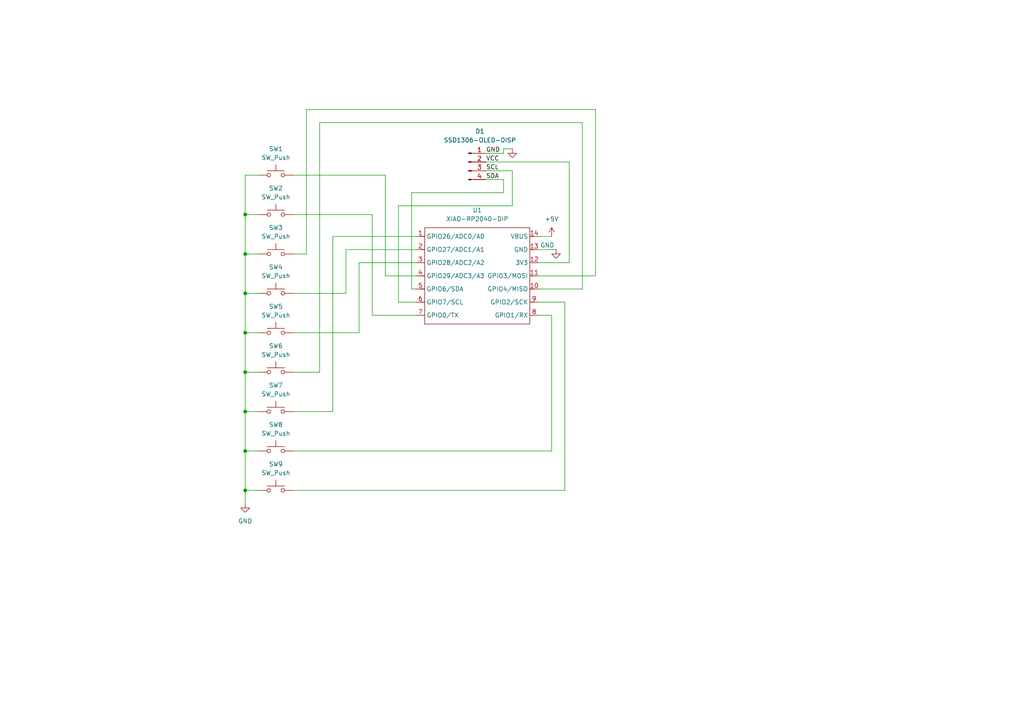
<source format=kicad_sch>
(kicad_sch (version 20250114) (generator "eeschema") (generator_version "9.0")
  (paper "A4")
  (lib_symbols
    (symbol "Connector:Conn_01x04_Pin" (pin_names (offset 1.016) (hide yes))
      (property "Reference" "J" (at 0 5.08 0))
      (property "Value" "Conn_01x04_Pin" (at 0 -7.62 0))
      (symbol "Conn_01x04_Pin_1_1"
        (rectangle (start 0.8636 2.667) (end 0 2.413) (stroke (width 0.1524)) (fill (type outline)))
        (rectangle (start 0.8636 0.127) (end 0 -0.127) (stroke (width 0.1524)) (fill (type outline)))
        (rectangle (start 0.8636 -2.413) (end 0 -2.667) (stroke (width 0.1524)) (fill (type outline)))
        (rectangle (start 0.8636 -4.953) (end 0 -5.207) (stroke (width 0.1524)) (fill (type outline)))
        (polyline (pts (xy 1.27 2.54) (xy 0.8636 2.54)) (stroke (width 0.1524)))
        (polyline (pts (xy 1.27 0) (xy 0.8636 0)) (stroke (width 0.1524)))
        (polyline (pts (xy 1.27 -2.54) (xy 0.8636 -2.54)) (stroke (width 0.1524)))
        (polyline (pts (xy 1.27 -5.08) (xy 0.8636 -5.08)) (stroke (width 0.1524)))
        (pin passive line (at 5.08 2.54 180) (length 3.81) (name "Pin_1") (number "1"))
        (pin passive line (at 5.08 0 180) (length 3.81) (name "Pin_2") (number "2"))
        (pin passive line (at 5.08 -2.54 180) (length 3.81) (name "Pin_3") (number "3"))
        (pin passive line (at 5.08 -5.08 180) (length 3.81) (name "Pin_4") (number "4"))
      )
    )
    (symbol "Seeed_Studio_XIAO_Series:XIAO-RP2040-DIP"
      (property "Reference" "U" (at 0 0 0))
      (property "Value" "XIAO-RP2040-DIP" (at 5.334 -1.778 0))
      (symbol "XIAO-RP2040-DIP_1_0"
        (polyline (pts (xy -1.27 -2.54) (xy 29.21 -2.54)) (stroke (width 0.1524)))
        (polyline (pts (xy -1.27 -5.08) (xy -2.54 -5.08)) (stroke (width 0.1524)))
        (polyline (pts (xy -1.27 -5.08) (xy -1.27 -2.54)) (stroke (width 0.1524)))
        (polyline (pts (xy -1.27 -8.89) (xy -2.54 -8.89)) (stroke (width 0.1524)))
        (polyline (pts (xy -1.27 -8.89) (xy -1.27 -5.08)) (stroke (width 0.1524)))
        (polyline (pts (xy -1.27 -12.7) (xy -2.54 -12.7)) (stroke (width 0.1524)))
        (polyline (pts (xy -1.27 -12.7) (xy -1.27 -8.89)) (stroke (width 0.1524)))
        (polyline (pts (xy -1.27 -16.51) (xy -2.54 -16.51)) (stroke (width 0.1524)))
        (polyline (pts (xy -1.27 -16.51) (xy -1.27 -12.7)) (stroke (width 0.1524)))
        (polyline (pts (xy -1.27 -20.32) (xy -2.54 -20.32)) (stroke (width 0.1524)))
        (polyline (pts (xy -1.27 -24.13) (xy -2.54 -24.13)) (stroke (width 0.1524)))
        (polyline (pts (xy -1.27 -27.94) (xy -2.54 -27.94)) (stroke (width 0.1524)))
        (polyline (pts (xy -1.27 -30.48) (xy -1.27 -16.51)) (stroke (width 0.1524)))
        (polyline (pts (xy 29.21 -2.54) (xy 29.21 -5.08)) (stroke (width 0.1524)))
        (polyline (pts (xy 29.21 -5.08) (xy 29.21 -8.89)) (stroke (width 0.1524)))
        (polyline (pts (xy 29.21 -8.89) (xy 29.21 -12.7)) (stroke (width 0.1524)))
        (polyline (pts (xy 29.21 -12.7) (xy 29.21 -30.48)) (stroke (width 0.1524)))
        (polyline (pts (xy 29.21 -30.48) (xy -1.27 -30.48)) (stroke (width 0.1524)))
        (polyline (pts (xy 30.48 -5.08) (xy 29.21 -5.08)) (stroke (width 0.1524)))
        (polyline (pts (xy 30.48 -8.89) (xy 29.21 -8.89)) (stroke (width 0.1524)))
        (polyline (pts (xy 30.48 -12.7) (xy 29.21 -12.7)) (stroke (width 0.1524)))
        (polyline (pts (xy 30.48 -16.51) (xy 29.21 -16.51)) (stroke (width 0.1524)))
        (polyline (pts (xy 30.48 -20.32) (xy 29.21 -20.32)) (stroke (width 0.1524)))
        (polyline (pts (xy 30.48 -24.13) (xy 29.21 -24.13)) (stroke (width 0.1524)))
        (polyline (pts (xy 30.48 -27.94) (xy 29.21 -27.94)) (stroke (width 0.1524)))
        (pin passive line (at -3.81 -5.08 0) (length 2.54) (name "GPIO26/ADC0/A0") (number "1"))
        (pin passive line (at -3.81 -8.89 0) (length 2.54) (name "GPIO27/ADC1/A1") (number "2"))
        (pin passive line (at -3.81 -12.7 0) (length 2.54) (name "GPIO28/ADC2/A2") (number "3"))
        (pin passive line (at -3.81 -16.51 0) (length 2.54) (name "GPIO29/ADC3/A3") (number "4"))
        (pin passive line (at -3.81 -20.32 0) (length 2.54) (name "GPIO6/SDA") (number "5"))
        (pin passive line (at -3.81 -24.13 0) (length 2.54) (name "GPIO7/SCL") (number "6"))
        (pin passive line (at -3.81 -27.94 0) (length 2.54) (name "GPIO0/TX") (number "7"))
        (pin passive line (at 31.75 -5.08 180) (length 2.54) (name "VBUS") (number "14"))
        (pin passive line (at 31.75 -8.89 180) (length 2.54) (name "GND") (number "13"))
        (pin passive line (at 31.75 -12.7 180) (length 2.54) (name "3V3") (number "12"))
        (pin passive line (at 31.75 -16.51 180) (length 2.54) (name "GPIO3/MOSI") (number "11"))
        (pin passive line (at 31.75 -20.32 180) (length 2.54) (name "GPIO4/MISO") (number "10"))
        (pin passive line (at 31.75 -24.13 180) (length 2.54) (name "GPIO2/SCK") (number "9"))
        (pin passive line (at 31.75 -27.94 180) (length 2.54) (name "GPIO1/RX") (number "8"))
      )
    )
    (symbol "Switch:SW_Push" (pin_numbers (hide yes)) (pin_names (offset 1.016) (hide yes))
      (property "Reference" "SW" (at 1.27 2.54 0))
      (property "Value" "SW_Push" (at 0 -1.524 0))
      (symbol "SW_Push_0_1"
        (circle (center -2.032 0) (radius 0.508))
        (polyline (pts (xy 0 1.27) (xy 0 3.048)))
        (circle (center 2.032 0) (radius 0.508))
        (polyline (pts (xy 2.54 1.27) (xy -2.54 1.27)))
        (pin passive line (at -5.08 0 0) (length 2.54) (name "1") (number "1"))
        (pin passive line (at 5.08 0 180) (length 2.54) (name "2") (number "2"))
      )
    )
    (symbol "power:+5V" (power) (pin_numbers (hide yes)) (pin_names (offset 0) (hide yes))
      (property "Value" "+5V" (at 0 3.556 0))
      (symbol "+5V_0_1"
        (polyline (pts (xy -0.762 1.27) (xy 0 2.54)))
        (polyline (pts (xy 0 2.54) (xy 0.762 1.27)))
        (polyline (pts (xy 0 0) (xy 0 2.54)))
      )
      (symbol "+5V_1_1"
        (pin power_in line (at 0 0 90) (length 0) (name "~") (number "1"))
      )
    )
    (symbol "power:GND" (power) (pin_numbers (hide yes)) (pin_names (offset 0) (hide yes))
      (property "Value" "GND" (at 0 -3.81 0))
      (symbol "GND_0_1"
        (polyline (pts (xy 0 0) (xy 0 -1.27) (xy 1.27 -1.27) (xy 0 -2.54) (xy -1.27 -1.27) (xy 0 -1.27)))
      )
      (symbol "GND_1_1"
        (pin power_in line (at 0 0 270) (length 0) (name "~") (number "1"))
      )
    )
  )
  (junction (at 71.12 62.23))
  (junction (at 71.12 85.09))
  (junction (at 71.12 130.81))
  (junction (at 71.12 96.52))
  (junction (at 71.12 142.24))
  (junction (at 71.12 119.38))
  (junction (at 71.12 107.95))
  (junction (at 71.12 73.66))
  (wire (pts (xy 100.33 85.09) (xy 100.33 72.39)))
  (wire (pts (xy 107.95 91.44) (xy 120.65 91.44)))
  (wire (pts (xy 71.12 107.95) (xy 71.12 119.38)))
  (wire (pts (xy 85.09 73.66) (xy 88.9 73.66)))
  (wire (pts (xy 71.12 73.66) (xy 74.93 73.66)))
  (wire (pts (xy 115.57 59.69) (xy 115.57 87.63)))
  (wire (pts (xy 160.02 130.81) (xy 160.02 91.44)))
  (wire (pts (xy 88.9 73.66) (xy 88.9 31.75)))
  (wire (pts (xy 71.12 62.23) (xy 74.93 62.23)))
  (wire (pts (xy 85.09 142.24) (xy 163.83 142.24)))
  (wire (pts (xy 71.12 50.8) (xy 71.12 62.23)))
  (wire (pts (xy 85.09 50.8) (xy 111.76 50.8)))
  (wire (pts (xy 140.97 46.99) (xy 165.1 46.99)))
  (wire (pts (xy 172.72 80.01) (xy 156.21 80.01)))
  (wire (pts (xy 111.76 50.8) (xy 111.76 80.01)))
  (wire (pts (xy 104.14 96.52) (xy 104.14 76.2)))
  (wire (pts (xy 71.12 50.8) (xy 74.93 50.8)))
  (wire (pts (xy 115.57 87.63) (xy 120.65 87.63)))
  (wire (pts (xy 111.76 80.01) (xy 120.65 80.01)))
  (wire (pts (xy 168.91 35.56) (xy 168.91 83.82)))
  (wire (pts (xy 71.12 107.95) (xy 74.93 107.95)))
  (wire (pts (xy 140.97 52.07) (xy 146.05 52.07)))
  (wire (pts (xy 163.83 87.63) (xy 156.21 87.63)))
  (wire (pts (xy 85.09 107.95) (xy 92.71 107.95)))
  (wire (pts (xy 85.09 130.81) (xy 160.02 130.81)))
  (wire (pts (xy 85.09 62.23) (xy 107.95 62.23)))
  (wire (pts (xy 160.02 91.44) (xy 156.21 91.44)))
  (wire (pts (xy 71.12 142.24) (xy 71.12 146.05)))
  (wire (pts (xy 146.05 43.18) (xy 148.59 43.18)))
  (wire (pts (xy 146.05 44.45) (xy 140.97 44.45)))
  (wire (pts (xy 71.12 130.81) (xy 74.93 130.81)))
  (wire (pts (xy 148.59 59.69) (xy 115.57 59.69)))
  (wire (pts (xy 100.33 72.39) (xy 120.65 72.39)))
  (wire (pts (xy 168.91 83.82) (xy 156.21 83.82)))
  (wire (pts (xy 148.59 49.53) (xy 148.59 59.69)))
  (wire (pts (xy 71.12 62.23) (xy 71.12 73.66)))
  (wire (pts (xy 71.12 130.81) (xy 71.12 142.24)))
  (wire (pts (xy 163.83 142.24) (xy 163.83 87.63)))
  (wire (pts (xy 71.12 96.52) (xy 74.93 96.52)))
  (wire (pts (xy 172.72 31.75) (xy 172.72 80.01)))
  (wire (pts (xy 71.12 73.66) (xy 71.12 85.09)))
  (wire (pts (xy 71.12 85.09) (xy 71.12 96.52)))
  (wire (pts (xy 156.21 72.39) (xy 161.29 72.39)))
  (wire (pts (xy 165.1 76.2) (xy 156.21 76.2)))
  (wire (pts (xy 119.38 55.88) (xy 119.38 83.82)))
  (wire (pts (xy 92.71 35.56) (xy 168.91 35.56)))
  (wire (pts (xy 71.12 85.09) (xy 74.93 85.09)))
  (wire (pts (xy 85.09 119.38) (xy 96.52 119.38)))
  (wire (pts (xy 146.05 55.88) (xy 119.38 55.88)))
  (wire (pts (xy 140.97 49.53) (xy 148.59 49.53)))
  (wire (pts (xy 88.9 31.75) (xy 172.72 31.75)))
  (wire (pts (xy 85.09 85.09) (xy 100.33 85.09)))
  (wire (pts (xy 71.12 96.52) (xy 71.12 107.95)))
  (wire (pts (xy 104.14 76.2) (xy 120.65 76.2)))
  (wire (pts (xy 92.71 35.56) (xy 92.71 107.95)))
  (wire (pts (xy 71.12 119.38) (xy 74.93 119.38)))
  (wire (pts (xy 165.1 46.99) (xy 165.1 76.2)))
  (wire (pts (xy 71.12 142.24) (xy 74.93 142.24)))
  (wire (pts (xy 107.95 62.23) (xy 107.95 91.44)))
  (wire (pts (xy 96.52 119.38) (xy 96.52 68.58)))
  (wire (pts (xy 146.05 43.18) (xy 146.05 44.45)))
  (wire (pts (xy 156.21 68.58) (xy 160.02 68.58)))
  (wire (pts (xy 85.09 96.52) (xy 104.14 96.52)))
  (wire (pts (xy 71.12 119.38) (xy 71.12 130.81)))
  (wire (pts (xy 119.38 83.82) (xy 120.65 83.82)))
  (wire (pts (xy 146.05 52.07) (xy 146.05 55.88)))
  (wire (pts (xy 96.52 68.58) (xy 120.65 68.58)))
  (label "SCL" (at 140.97 49.53 0))
  (label "GND" (at 140.97 44.45 0))
  (label "VCC" (at 140.97 46.99 0))
  (label "SDA" (at 140.97 52.07 0))
  (symbol (lib_id "Switch:SW_Push") (at 80.01 73.66 0) (unit 1)
    (property "Reference" "SW3" (at 80.01 66.04 0))
    (property "Value" "SW_Push" (at 80.01 68.58 0))
    (property "Footprint" "Button_Switch_Keyboard:SW_Cherry_MX_1.00u_PCB" (effects (hide yes)))
    (property "Description" "Push button switch, generic, two pins" (effects (hide yes)))
  )
  (symbol (lib_id "Switch:SW_Push") (at 80.01 119.38 0) (unit 1)
    (property "Reference" "SW7" (at 80.01 111.76 0))
    (property "Value" "SW_Push" (at 80.01 114.3 0))
    (property "Footprint" "Button_Switch_Keyboard:SW_Cherry_MX_1.00u_PCB" (effects (hide yes)))
    (property "Description" "Push button switch, generic, two pins" (effects (hide yes)))
  )
  (symbol (lib_id "Switch:SW_Push") (at 80.01 96.52 0) (unit 1)
    (property "Reference" "SW5" (at 80.01 88.9 0))
    (property "Value" "SW_Push" (at 80.01 91.44 0))
    (property "Footprint" "Button_Switch_Keyboard:SW_Cherry_MX_1.00u_PCB" (effects (hide yes)))
    (property "Description" "Push button switch, generic, two pins" (effects (hide yes)))
  )
  (symbol (lib_id "Switch:SW_Push") (at 80.01 107.95 0) (unit 1)
    (property "Reference" "SW6" (at 80.01 100.33 0))
    (property "Value" "SW_Push" (at 80.01 102.87 0))
    (property "Footprint" "Button_Switch_Keyboard:SW_Cherry_MX_1.00u_PCB" (effects (hide yes)))
    (property "Description" "Push button switch, generic, two pins" (effects (hide yes)))
  )
  (symbol (lib_id "power:GND") (at 161.29 72.39 0) (unit 1)
    (property "Reference" "#PWR02" (effects (hide yes)))
    (property "Value" "GND" (at 158.75 71.12 0))
    (property "Description" "Power symbol creates a global label with name \"GND\" , ground" (effects (hide yes)))
  )
  (symbol (lib_id "Switch:SW_Push") (at 80.01 62.23 0) (unit 1)
    (property "Reference" "SW2" (at 80.01 54.61 0))
    (property "Value" "SW_Push" (at 80.01 57.15 0))
    (property "Footprint" "Button_Switch_Keyboard:SW_Cherry_MX_1.00u_PCB" (effects (hide yes)))
    (property "Description" "Push button switch, generic, two pins" (effects (hide yes)))
  )
  (symbol (lib_id "Switch:SW_Push") (at 80.01 130.81 0) (unit 1)
    (property "Reference" "SW8" (at 80.01 123.19 0))
    (property "Value" "SW_Push" (at 80.01 125.73 0))
    (property "Footprint" "Button_Switch_Keyboard:SW_Cherry_MX_1.00u_PCB" (effects (hide yes)))
    (property "Description" "Push button switch, generic, two pins" (effects (hide yes)))
  )
  (symbol (lib_id "Switch:SW_Push") (at 80.01 50.8 0) (unit 1)
    (property "Reference" "SW1" (at 80.01 43.18 0))
    (property "Value" "SW_Push" (at 80.01 45.72 0))
    (property "Footprint" "Button_Switch_Keyboard:SW_Cherry_MX_1.00u_PCB" (effects (hide yes)))
    (property "Description" "Push button switch, generic, two pins" (effects (hide yes)))
  )
  (symbol (lib_id "power:+5V") (at 160.02 68.58 0) (unit 1)
    (property "Reference" "#PWR03" (effects (hide yes)))
    (property "Value" "+5V" (at 160.02 63.5 0))
    (property "Description" "Power symbol creates a global label with name \"+5V\"" (effects (hide yes)))
  )
  (symbol (lib_id "Seeed_Studio_XIAO_Series:XIAO-RP2040-DIP") (at 124.46 63.5 0) (unit 1)
    (property "Reference" "U1" (at 138.43 60.96 0))
    (property "Value" "XIAO-RP2040-DIP" (at 138.43 63.5 0))
    (property "Footprint" "Seeed Studio XIAO Series Library:XIAO-RP2040-DIP" (effects (hide yes)))
  )
  (symbol (lib_id "Switch:SW_Push") (at 80.01 85.09 0) (unit 1)
    (property "Reference" "SW4" (at 80.01 77.47 0))
    (property "Value" "SW_Push" (at 80.01 80.01 0))
    (property "Footprint" "Button_Switch_Keyboard:SW_Cherry_MX_1.00u_PCB" (effects (hide yes)))
    (property "Description" "Push button switch, generic, two pins" (effects (hide yes)))
  )
  (symbol (lib_id "power:GND") (at 148.59 43.18 0) (unit 1)
    (property "Reference" "#PWR04" (effects (hide yes)))
    (property "Value" "GND" (effects (hide yes)))
    (property "Description" "Power symbol creates a global label with name \"GND\" , ground" (effects (hide yes)))
  )
  (symbol (lib_id "power:GND") (at 71.12 146.05 0) (unit 1)
    (property "Reference" "#PWR01" (effects (hide yes)))
    (property "Value" "GND" (at 71.12 151.13 0))
    (property "Description" "Power symbol creates a global label with name \"GND\" , ground" (effects (hide yes)))
  )
  (symbol (lib_id "Switch:SW_Push") (at 80.01 142.24 0) (unit 1)
    (property "Reference" "SW9" (at 80.01 134.62 0))
    (property "Value" "SW_Push" (at 80.01 137.16 0))
    (property "Footprint" "Button_Switch_Keyboard:SW_Cherry_MX_1.00u_PCB" (effects (hide yes)))
    (property "Description" "Push button switch, generic, two pins" (effects (hide yes)))
  )
  (symbol (lib_id "Connector:Conn_01x04_Pin") (at 135.89 46.99 0) (unit 1)
    (property "Reference" "D1" (at 139.192 38.1 0))
    (property "Value" "SSD1306-OLED-DISP" (at 139.192 40.64 0))
    (property "Footprint" "Display:SSD1306-0.91-OLED-4pin-128x32" (effects (hide yes)))
    (property "Description" "Generic connector, single row, 01x04, script generated" (effects (hide yes)))
  )
)
</source>
